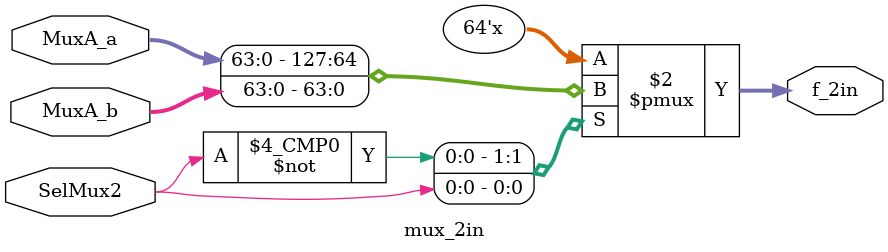
<source format=sv>
module mux_2in
	(output logic [64-1:0] f_2in,
	input logic [64-1:0] MuxA_a,MuxA_b,
	input logic SelMux2);

	always_comb begin
	    	case(SelMux2) 
			0: begin
				f_2in=MuxA_a;
			end 
			1: begin
				f_2in=MuxA_b;
			end 
		endcase 
	end
endmodule

</source>
